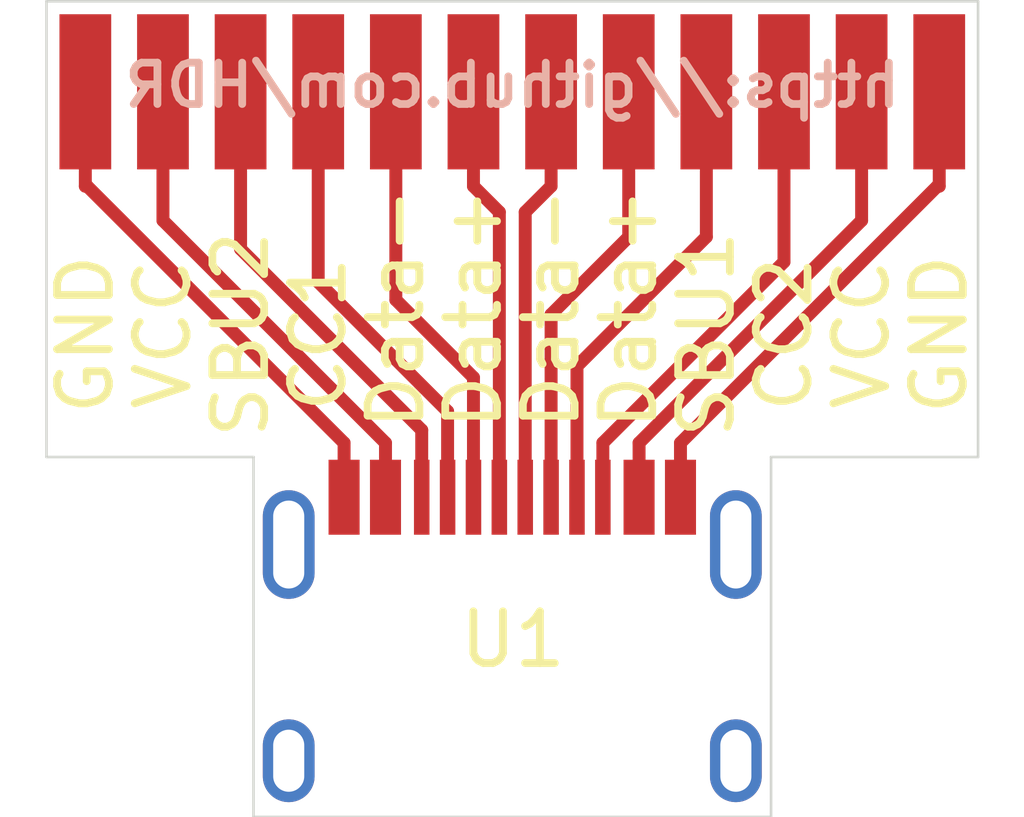
<source format=kicad_pcb>
(kicad_pcb (version 20171130) (host pcbnew "(5.1.2)-2")

  (general
    (thickness 1.6)
    (drawings 9)
    (tracks 38)
    (zones 0)
    (modules 13)
    (nets 13)
  )

  (page A4)
  (layers
    (0 F.Cu signal)
    (31 B.Cu signal)
    (32 B.Adhes user)
    (33 F.Adhes user)
    (34 B.Paste user)
    (35 F.Paste user)
    (36 B.SilkS user)
    (37 F.SilkS user)
    (38 B.Mask user)
    (39 F.Mask user)
    (40 Dwgs.User user)
    (41 Cmts.User user)
    (42 Eco1.User user)
    (43 Eco2.User user)
    (44 Edge.Cuts user)
    (45 Margin user)
    (46 B.CrtYd user)
    (47 F.CrtYd user)
    (48 B.Fab user)
    (49 F.Fab user)
  )

  (setup
    (last_trace_width 0.25)
    (trace_clearance 0.2)
    (zone_clearance 0.508)
    (zone_45_only no)
    (trace_min 0.2)
    (via_size 0.8)
    (via_drill 0.4)
    (via_min_size 0.4)
    (via_min_drill 0.3)
    (uvia_size 0.3)
    (uvia_drill 0.1)
    (uvias_allowed no)
    (uvia_min_size 0.2)
    (uvia_min_drill 0.1)
    (edge_width 0.05)
    (segment_width 0.2)
    (pcb_text_width 0.3)
    (pcb_text_size 1.5 1.5)
    (mod_edge_width 0.12)
    (mod_text_size 1 1)
    (mod_text_width 0.15)
    (pad_size 1.524 1.524)
    (pad_drill 0.762)
    (pad_to_mask_clearance 0.051)
    (solder_mask_min_width 0.25)
    (aux_axis_origin 0 0)
    (visible_elements FFFFEF7F)
    (pcbplotparams
      (layerselection 0x010fc_ffffffff)
      (usegerberextensions false)
      (usegerberattributes false)
      (usegerberadvancedattributes false)
      (creategerberjobfile false)
      (excludeedgelayer true)
      (linewidth 0.100000)
      (plotframeref false)
      (viasonmask false)
      (mode 1)
      (useauxorigin false)
      (hpglpennumber 1)
      (hpglpenspeed 20)
      (hpglpendiameter 15.000000)
      (psnegative false)
      (psa4output false)
      (plotreference true)
      (plotvalue true)
      (plotinvisibletext false)
      (padsonsilk false)
      (subtractmaskfromsilk false)
      (outputformat 1)
      (mirror false)
      (drillshape 1)
      (scaleselection 1)
      (outputdirectory ""))
  )

  (net 0 "")
  (net 1 "Net-(CC1-Pad1)")
  (net 2 "Net-(CC2-Pad1)")
  (net 3 "Net-(Data+1-Pad1)")
  (net 4 "Net-(Data+2-Pad1)")
  (net 5 "Net-(Data-1-Pad1)")
  (net 6 "Net-(Data-2-Pad1)")
  (net 7 "Net-(GND1-Pad1)")
  (net 8 "Net-(GND2-Pad1)")
  (net 9 "Net-(SBU1-Pad1)")
  (net 10 "Net-(SBU2-Pad1)")
  (net 11 "Net-(U1-PadB4|A9)")
  (net 12 "Net-(U1-PadA4|B9)")

  (net_class Default "This is the default net class."
    (clearance 0.2)
    (trace_width 0.25)
    (via_dia 0.8)
    (via_drill 0.4)
    (uvia_dia 0.3)
    (uvia_drill 0.1)
    (add_net "Net-(CC1-Pad1)")
    (add_net "Net-(CC2-Pad1)")
    (add_net "Net-(Data+1-Pad1)")
    (add_net "Net-(Data+2-Pad1)")
    (add_net "Net-(Data-1-Pad1)")
    (add_net "Net-(Data-2-Pad1)")
    (add_net "Net-(GND1-Pad1)")
    (add_net "Net-(GND2-Pad1)")
    (add_net "Net-(SBU1-Pad1)")
    (add_net "Net-(SBU2-Pad1)")
    (add_net "Net-(U1-PadA4|B9)")
    (add_net "Net-(U1-PadB4|A9)")
  )

  (module Custom:SolderWirePad_1x01_SMD_5x10mm (layer F.Cu) (tedit 5E3BFFC2) (tstamp 5E3C6244)
    (at 172.795 92.3493)
    (descr "Wire Pad, Square, SMD Pad,  5mm x 10mm,")
    (tags "MesurementPoint Square SMDPad 5mmx10mm ")
    (path /5E3C8F58)
    (attr smd virtual)
    (fp_text reference VCC (at 0 4.69 90) (layer F.SilkS)
      (effects (font (size 1 1) (thickness 0.15)))
    )
    (fp_text value MountingHole_Pad (at 0 6.35) (layer F.Fab) hide
      (effects (font (size 1 1) (thickness 0.15)))
    )
    (fp_text user %R (at 0 0) (layer F.Fab)
      (effects (font (size 1 1) (thickness 0.15)))
    )
    (fp_line (start 0.75 -1.75) (end -0.75 -1.75) (layer F.CrtYd) (width 0.05))
    (fp_line (start 0.75 1.75) (end 0.75 -1.75) (layer F.CrtYd) (width 0.05))
    (fp_line (start -0.75 1.75) (end 0.75 1.75) (layer F.CrtYd) (width 0.05))
    (fp_line (start -0.75 -1.75) (end -0.75 1.75) (layer F.CrtYd) (width 0.05))
    (pad 1 smd rect (at 0 0) (size 1 3) (layers F.Cu F.Paste F.Mask)
      (net 11 "Net-(U1-PadB4|A9)"))
  )

  (module Custom:SolderWirePad_1x01_SMD_5x10mm (layer F.Cu) (tedit 5E3BFFC2) (tstamp 5E3C623A)
    (at 159.295 92.3493)
    (descr "Wire Pad, Square, SMD Pad,  5mm x 10mm,")
    (tags "MesurementPoint Square SMDPad 5mmx10mm ")
    (path /5E3C3866)
    (attr smd virtual)
    (fp_text reference VCC (at 0 4.69 90) (layer F.SilkS)
      (effects (font (size 1 1) (thickness 0.15)))
    )
    (fp_text value MountingHole_Pad (at 0 6.35) (layer F.Fab) hide
      (effects (font (size 1 1) (thickness 0.15)))
    )
    (fp_text user %R (at 0 0) (layer F.Fab)
      (effects (font (size 1 1) (thickness 0.15)))
    )
    (fp_line (start 0.75 -1.75) (end -0.75 -1.75) (layer F.CrtYd) (width 0.05))
    (fp_line (start 0.75 1.75) (end 0.75 -1.75) (layer F.CrtYd) (width 0.05))
    (fp_line (start -0.75 1.75) (end 0.75 1.75) (layer F.CrtYd) (width 0.05))
    (fp_line (start -0.75 -1.75) (end -0.75 1.75) (layer F.CrtYd) (width 0.05))
    (pad 1 smd rect (at 0 0) (size 1 3) (layers F.Cu F.Paste F.Mask)
      (net 12 "Net-(U1-PadA4|B9)"))
  )

  (module Custom:SolderWirePad_1x01_SMD_5x10mm (layer F.Cu) (tedit 5E3BFFC2) (tstamp 5E3C621A)
    (at 160.795 92.3493)
    (descr "Wire Pad, Square, SMD Pad,  5mm x 10mm,")
    (tags "MesurementPoint Square SMDPad 5mmx10mm ")
    (path /5E3C46D6)
    (attr smd virtual)
    (fp_text reference SBU2 (at 0 4.69 90) (layer F.SilkS)
      (effects (font (size 1 1) (thickness 0.15)))
    )
    (fp_text value MountingHole_Pad (at 0 6.35) (layer F.Fab) hide
      (effects (font (size 1 1) (thickness 0.15)))
    )
    (fp_text user %R (at 0 0) (layer F.Fab)
      (effects (font (size 1 1) (thickness 0.15)))
    )
    (fp_line (start 0.75 -1.75) (end -0.75 -1.75) (layer F.CrtYd) (width 0.05))
    (fp_line (start 0.75 1.75) (end 0.75 -1.75) (layer F.CrtYd) (width 0.05))
    (fp_line (start -0.75 1.75) (end 0.75 1.75) (layer F.CrtYd) (width 0.05))
    (fp_line (start -0.75 -1.75) (end -0.75 1.75) (layer F.CrtYd) (width 0.05))
    (pad 1 smd rect (at 0 0) (size 1 3) (layers F.Cu F.Paste F.Mask)
      (net 10 "Net-(SBU2-Pad1)"))
  )

  (module Custom:SolderWirePad_1x01_SMD_5x10mm (layer F.Cu) (tedit 5E3BFFC2) (tstamp 5E3C6210)
    (at 169.795 92.3493)
    (descr "Wire Pad, Square, SMD Pad,  5mm x 10mm,")
    (tags "MesurementPoint Square SMDPad 5mmx10mm ")
    (path /5E3C8F4C)
    (attr smd virtual)
    (fp_text reference SBU1 (at 0 4.69 90) (layer F.SilkS)
      (effects (font (size 1 1) (thickness 0.15)))
    )
    (fp_text value MountingHole_Pad (at 0 6.35) (layer F.Fab) hide
      (effects (font (size 1 1) (thickness 0.15)))
    )
    (fp_text user %R (at 0 0) (layer F.Fab)
      (effects (font (size 1 1) (thickness 0.15)))
    )
    (fp_line (start 0.75 -1.75) (end -0.75 -1.75) (layer F.CrtYd) (width 0.05))
    (fp_line (start 0.75 1.75) (end 0.75 -1.75) (layer F.CrtYd) (width 0.05))
    (fp_line (start -0.75 1.75) (end 0.75 1.75) (layer F.CrtYd) (width 0.05))
    (fp_line (start -0.75 -1.75) (end -0.75 1.75) (layer F.CrtYd) (width 0.05))
    (pad 1 smd rect (at 0 0) (size 1 3) (layers F.Cu F.Paste F.Mask)
      (net 9 "Net-(SBU1-Pad1)"))
  )

  (module Custom:SolderWirePad_1x01_SMD_5x10mm (layer F.Cu) (tedit 5E3BFFC2) (tstamp 5E3C6206)
    (at 174.295 92.3493)
    (descr "Wire Pad, Square, SMD Pad,  5mm x 10mm,")
    (tags "MesurementPoint Square SMDPad 5mmx10mm ")
    (path /5E3CAA3C)
    (attr smd virtual)
    (fp_text reference GND (at 0 4.69 90) (layer F.SilkS)
      (effects (font (size 1 1) (thickness 0.15)))
    )
    (fp_text value MountingHole_Pad (at 0 6.35) (layer F.Fab) hide
      (effects (font (size 1 1) (thickness 0.15)))
    )
    (fp_text user %R (at 0 0) (layer F.Fab)
      (effects (font (size 1 1) (thickness 0.15)))
    )
    (fp_line (start 0.75 -1.75) (end -0.75 -1.75) (layer F.CrtYd) (width 0.05))
    (fp_line (start 0.75 1.75) (end 0.75 -1.75) (layer F.CrtYd) (width 0.05))
    (fp_line (start -0.75 1.75) (end 0.75 1.75) (layer F.CrtYd) (width 0.05))
    (fp_line (start -0.75 -1.75) (end -0.75 1.75) (layer F.CrtYd) (width 0.05))
    (pad 1 smd rect (at 0 0) (size 1 3) (layers F.Cu F.Paste F.Mask)
      (net 8 "Net-(GND2-Pad1)"))
  )

  (module Custom:SolderWirePad_1x01_SMD_5x10mm (layer F.Cu) (tedit 5E3BFFC2) (tstamp 5E3C61FC)
    (at 157.795 92.3493)
    (descr "Wire Pad, Square, SMD Pad,  5mm x 10mm,")
    (tags "MesurementPoint Square SMDPad 5mmx10mm ")
    (path /5E3C2485)
    (attr smd virtual)
    (fp_text reference GND (at 0 4.69 90) (layer F.SilkS)
      (effects (font (size 1 1) (thickness 0.15)))
    )
    (fp_text value MountingHole_Pad (at -0.08874 6.38302) (layer F.Fab) hide
      (effects (font (size 1 1) (thickness 0.15)))
    )
    (fp_text user %R (at 0 0) (layer F.Fab)
      (effects (font (size 1 1) (thickness 0.15)))
    )
    (fp_line (start 0.75 -1.75) (end -0.75 -1.75) (layer F.CrtYd) (width 0.05))
    (fp_line (start 0.75 1.75) (end 0.75 -1.75) (layer F.CrtYd) (width 0.05))
    (fp_line (start -0.75 1.75) (end 0.75 1.75) (layer F.CrtYd) (width 0.05))
    (fp_line (start -0.75 -1.75) (end -0.75 1.75) (layer F.CrtYd) (width 0.05))
    (pad 1 smd rect (at 0 0) (size 1 3) (layers F.Cu F.Paste F.Mask)
      (net 7 "Net-(GND1-Pad1)"))
  )

  (module Custom:SolderWirePad_1x01_SMD_5x10mm (layer F.Cu) (tedit 5E3BFFC2) (tstamp 5E3C61F2)
    (at 163.795 92.3493)
    (descr "Wire Pad, Square, SMD Pad,  5mm x 10mm,")
    (tags "MesurementPoint Square SMDPad 5mmx10mm ")
    (path /5E3C6380)
    (attr smd virtual)
    (fp_text reference Data- (at 0 4.19 90) (layer F.SilkS)
      (effects (font (size 1 1) (thickness 0.15)))
    )
    (fp_text value MountingHole_Pad (at 0 6.35) (layer F.Fab) hide
      (effects (font (size 1 1) (thickness 0.15)))
    )
    (fp_text user %R (at 0 0) (layer F.Fab)
      (effects (font (size 1 1) (thickness 0.15)))
    )
    (fp_line (start 0.75 -1.75) (end -0.75 -1.75) (layer F.CrtYd) (width 0.05))
    (fp_line (start 0.75 1.75) (end 0.75 -1.75) (layer F.CrtYd) (width 0.05))
    (fp_line (start -0.75 1.75) (end 0.75 1.75) (layer F.CrtYd) (width 0.05))
    (fp_line (start -0.75 -1.75) (end -0.75 1.75) (layer F.CrtYd) (width 0.05))
    (pad 1 smd rect (at 0 0) (size 1 3) (layers F.Cu F.Paste F.Mask)
      (net 6 "Net-(Data-2-Pad1)"))
  )

  (module Custom:SolderWirePad_1x01_SMD_5x10mm (layer F.Cu) (tedit 5E3BFFC2) (tstamp 5E3C61E8)
    (at 166.795 92.3493)
    (descr "Wire Pad, Square, SMD Pad,  5mm x 10mm,")
    (tags "MesurementPoint Square SMDPad 5mmx10mm ")
    (path /5E3C638C)
    (attr smd virtual)
    (fp_text reference Data- (at 0 4.19 90) (layer F.SilkS)
      (effects (font (size 1 1) (thickness 0.15)))
    )
    (fp_text value MountingHole_Pad (at 0 6.35) (layer F.Fab) hide
      (effects (font (size 1 1) (thickness 0.15)))
    )
    (fp_text user %R (at 0 0) (layer F.Fab)
      (effects (font (size 1 1) (thickness 0.15)))
    )
    (fp_line (start 0.75 -1.75) (end -0.75 -1.75) (layer F.CrtYd) (width 0.05))
    (fp_line (start 0.75 1.75) (end 0.75 -1.75) (layer F.CrtYd) (width 0.05))
    (fp_line (start -0.75 1.75) (end 0.75 1.75) (layer F.CrtYd) (width 0.05))
    (fp_line (start -0.75 -1.75) (end -0.75 1.75) (layer F.CrtYd) (width 0.05))
    (pad 1 smd rect (at 0 0) (size 1 3) (layers F.Cu F.Paste F.Mask)
      (net 5 "Net-(Data-1-Pad1)"))
  )

  (module Custom:SolderWirePad_1x01_SMD_5x10mm (layer F.Cu) (tedit 5E3BFFC2) (tstamp 5E3C61DE)
    (at 168.295 92.3493)
    (descr "Wire Pad, Square, SMD Pad,  5mm x 10mm,")
    (tags "MesurementPoint Square SMDPad 5mmx10mm ")
    (path /5E3C6392)
    (attr smd virtual)
    (fp_text reference Data+ (at 0 4.19 90) (layer F.SilkS)
      (effects (font (size 1 1) (thickness 0.15)))
    )
    (fp_text value MountingHole_Pad (at 0 6.35) (layer F.Fab) hide
      (effects (font (size 1 1) (thickness 0.15)))
    )
    (fp_text user %R (at 0 0) (layer F.Fab)
      (effects (font (size 1 1) (thickness 0.15)))
    )
    (fp_line (start 0.75 -1.75) (end -0.75 -1.75) (layer F.CrtYd) (width 0.05))
    (fp_line (start 0.75 1.75) (end 0.75 -1.75) (layer F.CrtYd) (width 0.05))
    (fp_line (start -0.75 1.75) (end 0.75 1.75) (layer F.CrtYd) (width 0.05))
    (fp_line (start -0.75 -1.75) (end -0.75 1.75) (layer F.CrtYd) (width 0.05))
    (pad 1 smd rect (at 0 0) (size 1 3) (layers F.Cu F.Paste F.Mask)
      (net 4 "Net-(Data+2-Pad1)"))
  )

  (module Custom:SolderWirePad_1x01_SMD_5x10mm (layer F.Cu) (tedit 5E3BFFC2) (tstamp 5E3C61D4)
    (at 165.295 92.3493)
    (descr "Wire Pad, Square, SMD Pad,  5mm x 10mm,")
    (tags "MesurementPoint Square SMDPad 5mmx10mm ")
    (path /5E3C6386)
    (attr smd virtual)
    (fp_text reference Data+ (at 0 4.19 90) (layer F.SilkS)
      (effects (font (size 1 1) (thickness 0.15)))
    )
    (fp_text value MountingHole_Pad (at 0 6.35) (layer F.Fab) hide
      (effects (font (size 1 1) (thickness 0.15)))
    )
    (fp_text user %R (at 0 0) (layer F.Fab)
      (effects (font (size 1 1) (thickness 0.15)))
    )
    (fp_line (start 0.75 -1.75) (end -0.75 -1.75) (layer F.CrtYd) (width 0.05))
    (fp_line (start 0.75 1.75) (end 0.75 -1.75) (layer F.CrtYd) (width 0.05))
    (fp_line (start -0.75 1.75) (end 0.75 1.75) (layer F.CrtYd) (width 0.05))
    (fp_line (start -0.75 -1.75) (end -0.75 1.75) (layer F.CrtYd) (width 0.05))
    (pad 1 smd rect (at 0 0) (size 1 3) (layers F.Cu F.Paste F.Mask)
      (net 3 "Net-(Data+1-Pad1)"))
  )

  (module Custom:SolderWirePad_1x01_SMD_5x10mm (layer F.Cu) (tedit 5E3BFFC2) (tstamp 5E3C61CA)
    (at 171.295 92.3493)
    (descr "Wire Pad, Square, SMD Pad,  5mm x 10mm,")
    (tags "MesurementPoint Square SMDPad 5mmx10mm ")
    (path /5E3C8F52)
    (attr smd virtual)
    (fp_text reference CC2 (at 0 4.69 90) (layer F.SilkS)
      (effects (font (size 1 1) (thickness 0.15)))
    )
    (fp_text value MountingHole_Pad (at 0 6.35) (layer F.Fab) hide
      (effects (font (size 1 1) (thickness 0.15)))
    )
    (fp_text user %R (at 0 0) (layer F.Fab)
      (effects (font (size 1 1) (thickness 0.15)))
    )
    (fp_line (start 0.75 -1.75) (end -0.75 -1.75) (layer F.CrtYd) (width 0.05))
    (fp_line (start 0.75 1.75) (end 0.75 -1.75) (layer F.CrtYd) (width 0.05))
    (fp_line (start -0.75 1.75) (end 0.75 1.75) (layer F.CrtYd) (width 0.05))
    (fp_line (start -0.75 -1.75) (end -0.75 1.75) (layer F.CrtYd) (width 0.05))
    (pad 1 smd rect (at 0 0) (size 1 3) (layers F.Cu F.Paste F.Mask)
      (net 2 "Net-(CC2-Pad1)"))
  )

  (module Custom:SolderWirePad_1x01_SMD_5x10mm (layer F.Cu) (tedit 5E3BFFC2) (tstamp 5E3C61C0)
    (at 162.295 92.3493)
    (descr "Wire Pad, Square, SMD Pad,  5mm x 10mm,")
    (tags "MesurementPoint Square SMDPad 5mmx10mm ")
    (path /5E3C46DC)
    (attr smd virtual)
    (fp_text reference CC1 (at 0 4.69 90) (layer F.SilkS)
      (effects (font (size 1 1) (thickness 0.15)))
    )
    (fp_text value MountingHole_Pad (at 0 6.35) (layer F.Fab) hide
      (effects (font (size 1 1) (thickness 0.15)))
    )
    (fp_text user %R (at 0 0) (layer F.Fab)
      (effects (font (size 1 1) (thickness 0.15)))
    )
    (fp_line (start 0.75 -1.75) (end -0.75 -1.75) (layer F.CrtYd) (width 0.05))
    (fp_line (start 0.75 1.75) (end 0.75 -1.75) (layer F.CrtYd) (width 0.05))
    (fp_line (start -0.75 1.75) (end 0.75 1.75) (layer F.CrtYd) (width 0.05))
    (fp_line (start -0.75 -1.75) (end -0.75 1.75) (layer F.CrtYd) (width 0.05))
    (pad 1 smd rect (at 0 0) (size 1 3) (layers F.Cu F.Paste F.Mask)
      (net 1 "Net-(CC1-Pad1)"))
  )

  (module Custom:TYPE-C-31-M-12 (layer F.Cu) (tedit 5D6CCEEA) (tstamp 5E3C6230)
    (at 166.045 100.188)
    (path /5E3BFECA)
    (fp_text reference U1 (at 0.01016 2.75082) (layer F.SilkS)
      (effects (font (size 1 1) (thickness 0.15)))
    )
    (fp_text value TYPE-C-31-M-12 (at -0.00254 3.88112) (layer F.Fab) hide
      (effects (font (size 1 0.5) (thickness 0.025)))
    )
    (pad "" np_thru_hole circle (at -2.89 1.445) (size 0.65 0.65) (drill 0.65) (layers *.Cu *.Mask))
    (pad "" np_thru_hole circle (at 2.89 1.445) (size 0.65 0.65) (drill 0.65) (layers *.Cu *.Mask))
    (pad GND thru_hole oval (at -4.32 5.095) (size 1 1.6) (drill oval 0.6 1.2) (layers *.Cu *.Mask))
    (pad GND thru_hole oval (at -4.32 0.915) (size 1 2.1) (drill oval 0.6 1.7) (layers *.Cu *.Mask))
    (pad GND thru_hole oval (at 4.32 0.915) (size 1 2.1) (drill oval 0.6 1.7) (layers *.Cu *.Mask))
    (pad GND thru_hole oval (at 4.32 5.095) (size 1 1.6) (drill oval 0.6 1.2) (layers *.Cu *.Mask))
    (pad A1|B12 smd rect (at -3.25 0) (size 0.6 1.45) (layers F.Cu F.Paste F.Mask)
      (net 7 "Net-(GND1-Pad1)"))
    (pad B1|A12 smd rect (at 3.25 0) (size 0.6 1.45) (layers F.Cu F.Paste F.Mask)
      (net 8 "Net-(GND2-Pad1)"))
    (pad B4|A9 smd rect (at 2.45 0) (size 0.6 1.45) (layers F.Cu F.Paste F.Mask)
      (net 11 "Net-(U1-PadB4|A9)"))
    (pad B5 smd rect (at 1.75 0) (size 0.3 1.45) (layers F.Cu F.Paste F.Mask)
      (net 2 "Net-(CC2-Pad1)"))
    (pad A8 smd rect (at 1.25 0) (size 0.3 1.45) (layers F.Cu F.Paste F.Mask)
      (net 9 "Net-(SBU1-Pad1)"))
    (pad B6 smd rect (at 0.75 0) (size 0.3 1.45) (layers F.Cu F.Paste F.Mask)
      (net 4 "Net-(Data+2-Pad1)"))
    (pad A7 smd rect (at 0.25 0) (size 0.3 1.45) (layers F.Cu F.Paste F.Mask)
      (net 5 "Net-(Data-1-Pad1)"))
    (pad A6 smd rect (at -0.25 0) (size 0.3 1.45) (layers F.Cu F.Paste F.Mask)
      (net 3 "Net-(Data+1-Pad1)"))
    (pad B7 smd rect (at -0.75 0) (size 0.3 1.45) (layers F.Cu F.Paste F.Mask)
      (net 6 "Net-(Data-2-Pad1)"))
    (pad A5 smd rect (at -1.25 0) (size 0.3 1.45) (layers F.Cu F.Paste F.Mask)
      (net 1 "Net-(CC1-Pad1)"))
    (pad B8 smd rect (at -1.75 0) (size 0.3 1.45) (layers F.Cu F.Paste F.Mask)
      (net 10 "Net-(SBU2-Pad1)"))
    (pad A4|B9 smd rect (at -2.45 0) (size 0.6 1.45) (layers F.Cu F.Paste F.Mask)
      (net 12 "Net-(U1-PadA4|B9)"))
  )

  (gr_text https://github.com/HDR (at 166.045 92.22282) (layer B.SilkS)
    (effects (font (size 0.8 0.8) (thickness 0.15)) (justify mirror))
  )
  (gr_line (start 161.0448 99.41052) (end 157.0448 99.41052) (layer Edge.Cuts) (width 0.05) (tstamp 5E3C73DF))
  (gr_line (start 175.0448 99.41052) (end 171.0448 99.41052) (layer Edge.Cuts) (width 0.05) (tstamp 5E3C73DE))
  (gr_line (start 157.0448 99.41052) (end 157.0448 90.59926) (layer Edge.Cuts) (width 0.05) (tstamp 5E3C73D9))
  (gr_line (start 175.0448 90.59926) (end 175.0448 99.41052) (layer Edge.Cuts) (width 0.05))
  (gr_line (start 171.0448 106.37012) (end 161.0448 106.37012) (layer Edge.Cuts) (width 0.05) (tstamp 5E3C7386))
  (gr_line (start 161.0448 106.37012) (end 161.0448 99.41052) (layer Edge.Cuts) (width 0.05) (tstamp 5E3C737A))
  (gr_line (start 171.0448 99.41052) (end 171.0448 106.37012) (layer Edge.Cuts) (width 0.05))
  (gr_line (start 175.0448 90.59926) (end 157.0448 90.59926) (layer Edge.Cuts) (width 0.05))

  (segment (start 168.495 100.188) (end 168.495 99.1377) (width 0.25) (layer F.Cu) (net 11))
  (segment (start 168.495 99.1377) (end 172.795 94.8377) (width 0.25) (layer F.Cu) (net 11))
  (segment (start 172.795 94.8377) (end 172.795 92.3493) (width 0.25) (layer F.Cu) (net 11))
  (segment (start 159.295 92.3493) (end 159.295 94.8377) (width 0.25) (layer F.Cu) (net 12))
  (segment (start 159.295 94.8377) (end 163.595 99.1377) (width 0.25) (layer F.Cu) (net 12))
  (segment (start 163.595 100.188) (end 163.595 99.1377) (width 0.25) (layer F.Cu) (net 12))
  (segment (start 164.795 100.188) (end 164.795 98.5274) (width 0.25) (layer F.Cu) (net 1))
  (segment (start 164.795 98.5274) (end 162.295 96.0274) (width 0.25) (layer F.Cu) (net 1))
  (segment (start 162.295 96.0274) (end 162.295 92.3493) (width 0.25) (layer F.Cu) (net 1))
  (segment (start 167.795 100.188) (end 167.795 99.1377) (width 0.25) (layer F.Cu) (net 2))
  (segment (start 167.795 99.1377) (end 171.295 95.6377) (width 0.25) (layer F.Cu) (net 2))
  (segment (start 171.295 95.6377) (end 171.295 92.3493) (width 0.25) (layer F.Cu) (net 2))
  (segment (start 165.295 92.3493) (end 165.295 94.1746) (width 0.25) (layer F.Cu) (net 3))
  (segment (start 165.795 100.188) (end 165.795 94.6746) (width 0.25) (layer F.Cu) (net 3))
  (segment (start 165.795 94.6746) (end 165.295 94.1746) (width 0.25) (layer F.Cu) (net 3))
  (segment (start 166.795 100.188) (end 166.795 96.6544) (width 0.25) (layer F.Cu) (net 4))
  (segment (start 166.795 96.6544) (end 168.295 95.1544) (width 0.25) (layer F.Cu) (net 4))
  (segment (start 168.295 95.1544) (end 168.295 92.3493) (width 0.25) (layer F.Cu) (net 4))
  (segment (start 166.795 92.3493) (end 166.795 94.1746) (width 0.25) (layer F.Cu) (net 5))
  (segment (start 166.295 100.188) (end 166.295 94.6746) (width 0.25) (layer F.Cu) (net 5))
  (segment (start 166.295 94.6746) (end 166.795 94.1746) (width 0.25) (layer F.Cu) (net 5))
  (segment (start 165.295 100.188) (end 165.295 97.8728) (width 0.25) (layer F.Cu) (net 6))
  (segment (start 165.295 97.8728) (end 163.795 96.3728) (width 0.25) (layer F.Cu) (net 6))
  (segment (start 163.795 96.3728) (end 163.795 92.3493) (width 0.25) (layer F.Cu) (net 6))
  (segment (start 157.795 92.3493) (end 157.795 94.1746) (width 0.25) (layer F.Cu) (net 7))
  (segment (start 162.795 100.188) (end 162.795 99.1377) (width 0.25) (layer F.Cu) (net 7))
  (segment (start 162.795 99.1377) (end 157.8319 94.1746) (width 0.25) (layer F.Cu) (net 7))
  (segment (start 157.8319 94.1746) (end 157.795 94.1746) (width 0.25) (layer F.Cu) (net 7))
  (segment (start 174.295 92.3493) (end 174.295 94.1746) (width 0.25) (layer F.Cu) (net 8))
  (segment (start 169.295 100.188) (end 169.295 99.1377) (width 0.25) (layer F.Cu) (net 8))
  (segment (start 169.295 99.1377) (end 174.2581 94.1746) (width 0.25) (layer F.Cu) (net 8))
  (segment (start 174.2581 94.1746) (end 174.295 94.1746) (width 0.25) (layer F.Cu) (net 8))
  (segment (start 167.295 100.188) (end 167.295 97.6544) (width 0.25) (layer F.Cu) (net 9))
  (segment (start 167.295 97.6544) (end 169.795 95.1544) (width 0.25) (layer F.Cu) (net 9))
  (segment (start 169.795 95.1544) (end 169.795 92.3493) (width 0.25) (layer F.Cu) (net 9))
  (segment (start 164.295 100.188) (end 164.295 98.8896) (width 0.25) (layer F.Cu) (net 10))
  (segment (start 164.295 98.8896) (end 160.795 95.3896) (width 0.25) (layer F.Cu) (net 10))
  (segment (start 160.795 95.3896) (end 160.795 92.3493) (width 0.25) (layer F.Cu) (net 10))

)

</source>
